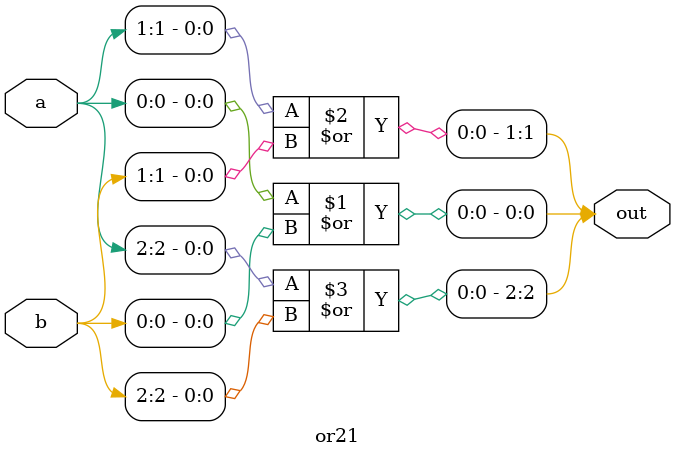
<source format=v>
module or21 (
  input [2:0] a,
  input [2:0] b,
  output [2:0] out
);

  assign out = {(a[2] | b[2]), (a[1] | b[1]), (a[0] | b[0])};

endmodule
</source>
